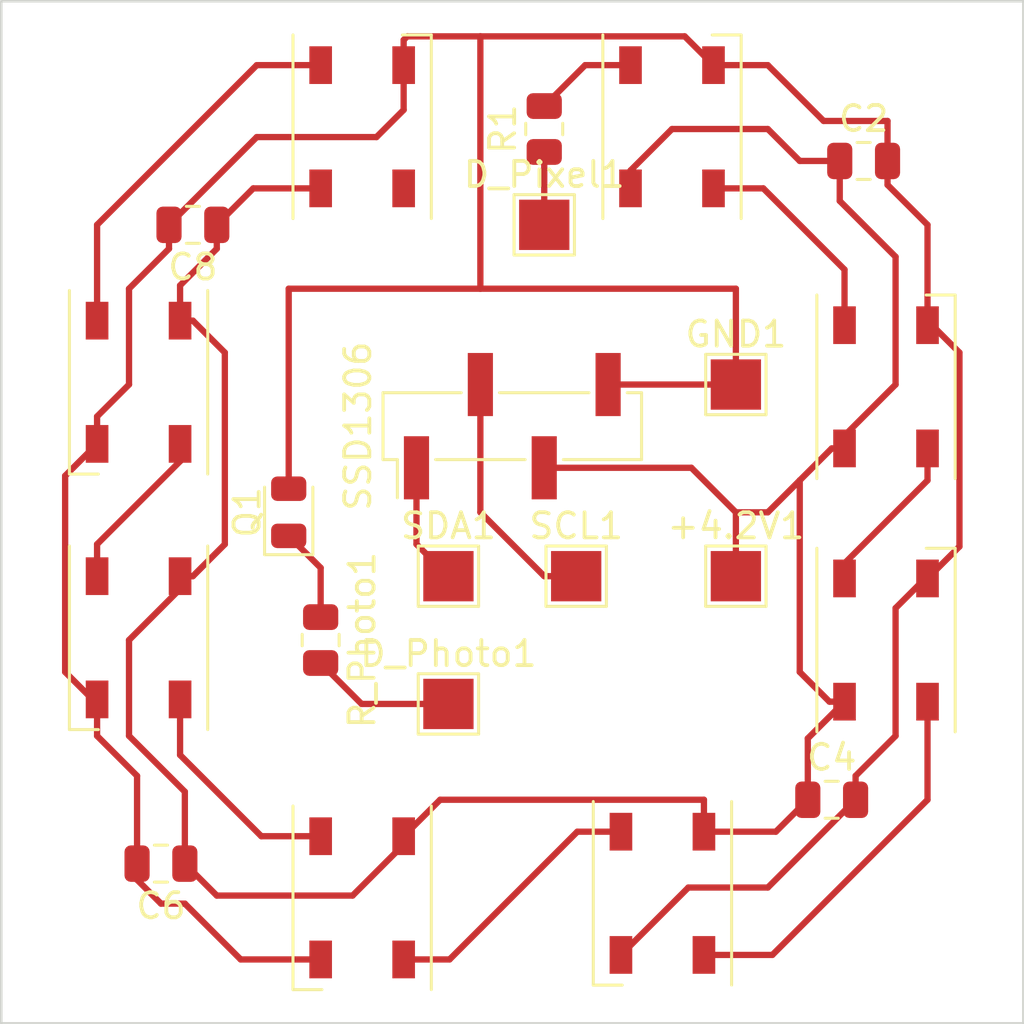
<source format=kicad_pcb>
(kicad_pcb (version 20221018) (generator pcbnew)
  (layers (0 "F.Cu" signal) (31 "B.Cu" signal) (34 "B.Paste" user) (35 "F.Paste" user) (36 "B.SilkS" user "B.Silkscreen") (37 "F.SilkS" user "F.Silkscreen") (38 "B.Mask" user) (39 "F.Mask" user) (44 "Edge.Cuts" user))
  (net 0 "")
  (net 1 "Net-(D1-VDD)")
  (net 2 "Net-(D1-VSS)")
  (net 3 "Net-(D1-DOUT)")
  (net 4 "Net-(D2-DOUT)")
  (net 5 "Net-(D3-DOUT)")
  (net 6 "Net-(D4-DOUT)")
  (net 7 "Net-(D5-DOUT)")
  (net 8 "Net-(D6-DOUT)")
  (net 9 "Net-(D7-DOUT)")
  (net 11 "Net-(D1-DIN)")
  (net 12 "Net-(D_Photo1-Pad1)")
  (net 13 "Net-(D_Pixel1-Pad1)")
  (net 14 "Net-(Q1-C)")
  (net 15 "Net-(SSD1306-Pin_2)")
  (net 16 "Net-(SSD1306-Pin_1)")
  (footprint "Capacitor_SMD:C_0805_2012Metric" (layer "F.Cu") (at 106.68 83.82 180)
    (fp_text reference "C6" (at 0 -1.68) (layer "F.SilkS"))
    (fp_text value "0.1µF")
    (fp_line (start -0.261252 -0.735) (end 0.261252 -0.735) (stroke (width 0.12)) (layer "F.SilkS"))
    (fp_line (start -0.261252 0.735) (end 0.261252 0.735) (stroke (width 0.12)) (layer "F.SilkS"))
    (pad "1" smd roundrect (at -0.95 0 180) (size 1 1.45) (layers "F.Cu" "F.Paste" "F.Mask") (net 1 "Net-(D1-VDD)"))
    (pad "2" smd roundrect (at 0.95 0 180) (size 1 1.45) (layers "F.Cu" "F.Paste" "F.Mask") (net 2 "Net-(D1-VSS)"))
  )
  (footprint "LED_SMD:LED_WS2812B_PLCC4_5.0x5.0mm_P3.2mm" (layer "F.Cu") (at 105.79 64.68 -90)
    (fp_text reference "D7" hide)
    (fp_text value "WS2812B")
    (fp_line (start -3.65 -2.75) (end 3.65 -2.75) (stroke (width 0.12)) (layer "F.SilkS"))
    (fp_line (start -3.65 2.75) (end 3.65 2.75) (stroke (width 0.12)) (layer "F.SilkS"))
    (fp_line (start 3.65 2.75) (end 3.65 1.6) (stroke (width 0.12)) (layer "F.SilkS"))
    (pad "1" smd rect (at -2.45 -1.65 270) (size 1.5 0.9) (layers "F.Cu" "F.Paste" "F.Mask") (net 1 "Net-(D1-VDD)"))
    (pad "2" smd rect (at -2.45 1.65 270) (size 1.5 0.9) (layers "F.Cu" "F.Paste" "F.Mask") (net 9 "Net-(D7-DOUT)"))
    (pad "3" smd rect (at 2.45 1.65 270) (size 1.5 0.9) (layers "F.Cu" "F.Paste" "F.Mask") (net 2 "Net-(D1-VSS)"))
    (pad "4" smd rect (at 2.45 -1.65 270) (size 1.5 0.9) (layers "F.Cu" "F.Paste" "F.Mask") (net 8 "Net-(D6-DOUT)"))
  )
  (footprint "LED_SMD:LED_WS2812B_PLCC4_5.0x5.0mm_P3.2mm" (layer "F.Cu") (at 114.68 85.18 -90)
    (fp_text reference "D5" hide)
    (fp_text value "WS2812B")
    (fp_line (start -3.65 -2.75) (end 3.65 -2.75) (stroke (width 0.12)) (layer "F.SilkS"))
    (fp_line (start -3.65 2.75) (end 3.65 2.75) (stroke (width 0.12)) (layer "F.SilkS"))
    (fp_line (start 3.65 2.75) (end 3.65 1.6) (stroke (width 0.12)) (layer "F.SilkS"))
    (pad "1" smd rect (at -2.45 -1.65 270) (size 1.5 0.9) (layers "F.Cu" "F.Paste" "F.Mask") (net 1 "Net-(D1-VDD)"))
    (pad "2" smd rect (at -2.45 1.65 270) (size 1.5 0.9) (layers "F.Cu" "F.Paste" "F.Mask") (net 7 "Net-(D5-DOUT)"))
    (pad "3" smd rect (at 2.45 1.65 270) (size 1.5 0.9) (layers "F.Cu" "F.Paste" "F.Mask") (net 2 "Net-(D1-VSS)"))
    (pad "4" smd rect (at 2.45 -1.65 270) (size 1.5 0.9) (layers "F.Cu" "F.Paste" "F.Mask") (net 6 "Net-(D4-DOUT)"))
  )
  (footprint "TestPoint:TestPoint_Pad_2.0x2.0mm" (layer "F.Cu") (at 129.54 64.77)
    (fp_text reference "GND1" (at 0 -1.998) (layer "F.SilkS"))
    (fp_text value "TestPoint")
    (fp_line (start -1.2 -1.2) (end 1.2 -1.2) (stroke (width 0.12)) (layer "F.SilkS"))
    (fp_line (start -1.2 1.2) (end -1.2 -1.2) (stroke (width 0.12)) (layer "F.SilkS"))
    (fp_line (start 1.2 -1.2) (end 1.2 1.2) (stroke (width 0.12)) (layer "F.SilkS"))
    (fp_line (start 1.2 1.2) (end -1.2 1.2) (stroke (width 0.12)) (layer "F.SilkS"))
    (pad "1" smd rect (at 0 0) (size 2 2) (layers "F.Cu" "F.Mask") (net 2 "Net-(D1-VSS)"))
  )
  (footprint "Resistor_SMD:R_0805_2012Metric" (layer "F.Cu") (at 113.03 74.93 -90)
    (fp_text reference "R_Photo1" (at 0 -1.65 90) (layer "F.SilkS"))
    (fp_text value "?")
    (fp_line (start -0.227064 -0.735) (end 0.227064 -0.735) (stroke (width 0.12)) (layer "F.SilkS"))
    (fp_line (start -0.227064 0.735) (end 0.227064 0.735) (stroke (width 0.12)) (layer "F.SilkS"))
    (pad "1" smd roundrect (at -0.9125 0 270) (size 1.025 1.4) (layers "F.Cu" "F.Paste" "F.Mask") (roundrect_rratio 0.243902) (net 14 "Net-(Q1-C)"))
    (pad "2" smd roundrect (at 0.9125 0 270) (size 1.025 1.4) (layers "F.Cu" "F.Paste" "F.Mask") (roundrect_rratio 0.243902) (net 12 "Net-(D_Photo1-Pad1)"))
  )
  (footprint "Capacitor_SMD:C_0805_2012Metric" (layer "F.Cu") (at 133.35 81.28)
    (fp_text reference "C4" (at 0 -1.68) (layer "F.SilkS"))
    (fp_text value "0.1µF")
    (fp_line (start -0.261252 -0.735) (end 0.261252 -0.735) (stroke (width 0.12)) (layer "F.SilkS"))
    (fp_line (start -0.261252 0.735) (end 0.261252 0.735) (stroke (width 0.12)) (layer "F.SilkS"))
    (pad "1" smd roundrect (at -0.95 0) (size 1 1.45) (layers "F.Cu" "F.Paste" "F.Mask") (net 1 "Net-(D1-VDD)"))
    (pad "2" smd roundrect (at 0.95 0) (size 1 1.45) (layers "F.Cu" "F.Paste" "F.Mask") (net 2 "Net-(D1-VSS)"))
  )
  (footprint "Resistor_SMD:R_0805_2012Metric" (layer "F.Cu") (at 121.92 54.61 90)
    (fp_text reference "R1" (at 0 -1.65 90) (layer "F.SilkS"))
    (fp_text value "330Ω")
    (fp_line (start -0.227064 -0.735) (end 0.227064 -0.735) (stroke (width 0.12)) (layer "F.SilkS"))
    (fp_line (start -0.227064 0.735) (end 0.227064 0.735) (stroke (width 0.12)) (layer "F.SilkS"))
    (pad "1" smd roundrect (at -0.9125 0 90) (size 1.025 1.4) (layers "F.Cu" "F.Paste" "F.Mask") (roundrect_rratio 0.243902) (net 13 "Net-(D_Pixel1-Pad1)"))
    (pad "2" smd roundrect (at 0.9125 0 90) (size 1.025 1.4) (layers "F.Cu" "F.Paste" "F.Mask") (roundrect_rratio 0.243902) (net 11 "Net-(D1-DIN)"))
  )
  (footprint "LED_SMD:LED_WS2812B_PLCC4_5.0x5.0mm_P3.2mm" (layer "F.Cu") (at 126.62 85 -90)
    (fp_text reference "D4" hide)
    (fp_text value "WS2812B")
    (fp_line (start -3.65 -2.75) (end 3.65 -2.75) (stroke (width 0.12)) (layer "F.SilkS"))
    (fp_line (start -3.65 2.75) (end 3.65 2.75) (stroke (width 0.12)) (layer "F.SilkS"))
    (fp_line (start 3.65 2.75) (end 3.65 1.6) (stroke (width 0.12)) (layer "F.SilkS"))
    (pad "1" smd rect (at -2.45 -1.65 270) (size 1.5 0.9) (layers "F.Cu" "F.Paste" "F.Mask") (net 1 "Net-(D1-VDD)"))
    (pad "2" smd rect (at -2.45 1.65 270) (size 1.5 0.9) (layers "F.Cu" "F.Paste" "F.Mask") (net 6 "Net-(D4-DOUT)"))
    (pad "3" smd rect (at 2.45 1.65 270) (size 1.5 0.9) (layers "F.Cu" "F.Paste" "F.Mask") (net 2 "Net-(D1-VSS)"))
    (pad "4" smd rect (at 2.45 -1.65 270) (size 1.5 0.9) (layers "F.Cu" "F.Paste" "F.Mask") (net 5 "Net-(D3-DOUT)"))
  )
  (footprint "Capacitor_SMD:C_0805_2012Metric" (layer "F.Cu") (at 134.62 55.88)
    (fp_text reference "C2" (at 0 -1.68) (layer "F.SilkS"))
    (fp_text value "0.1µF")
    (fp_line (start -0.261252 -0.735) (end 0.261252 -0.735) (stroke (width 0.12)) (layer "F.SilkS"))
    (fp_line (start -0.261252 0.735) (end 0.261252 0.735) (stroke (width 0.12)) (layer "F.SilkS"))
    (pad "1" smd roundrect (at -0.95 0) (size 1 1.45) (layers "F.Cu" "F.Paste" "F.Mask") (net 1 "Net-(D1-VDD)"))
    (pad "2" smd roundrect (at 0.95 0) (size 1 1.45) (layers "F.Cu" "F.Paste" "F.Mask") (net 2 "Net-(D1-VSS)"))
  )
  (footprint "TestPoint:TestPoint_Pad_2.0x2.0mm" (layer "F.Cu") (at 118.11 72.39)
    (fp_text reference "SDA1" (at 0 -1.998) (layer "F.SilkS"))
    (fp_text value "TestPoint")
    (fp_line (start -1.2 -1.2) (end 1.2 -1.2) (stroke (width 0.12)) (layer "F.SilkS"))
    (fp_line (start -1.2 1.2) (end -1.2 -1.2) (stroke (width 0.12)) (layer "F.SilkS"))
    (fp_line (start 1.2 -1.2) (end 1.2 1.2) (stroke (width 0.12)) (layer "F.SilkS"))
    (fp_line (start 1.2 1.2) (end -1.2 1.2) (stroke (width 0.12)) (layer "F.SilkS"))
    (pad "1" smd rect (at 0 0) (size 2 2) (layers "F.Cu" "F.Mask") (net 16 "Net-(SSD1306-Pin_1)"))
  )
  (footprint "LED_SMD:LED_WS2812B_PLCC4_5.0x5.0mm_P3.2mm" (layer "F.Cu") (at 105.79 74.84 -90)
    (fp_text reference "D6" hide)
    (fp_text value "WS2812B")
    (fp_line (start -3.65 -2.75) (end 3.65 -2.75) (stroke (width 0.12)) (layer "F.SilkS"))
    (fp_line (start -3.65 2.75) (end 3.65 2.75) (stroke (width 0.12)) (layer "F.SilkS"))
    (fp_line (start 3.65 2.75) (end 3.65 1.6) (stroke (width 0.12)) (layer "F.SilkS"))
    (pad "1" smd rect (at -2.45 -1.65 270) (size 1.5 0.9) (layers "F.Cu" "F.Paste" "F.Mask") (net 1 "Net-(D1-VDD)"))
    (pad "2" smd rect (at -2.45 1.65 270) (size 1.5 0.9) (layers "F.Cu" "F.Paste" "F.Mask") (net 8 "Net-(D6-DOUT)"))
    (pad "3" smd rect (at 2.45 1.65 270) (size 1.5 0.9) (layers "F.Cu" "F.Paste" "F.Mask") (net 2 "Net-(D1-VSS)"))
    (pad "4" smd rect (at 2.45 -1.65 270) (size 1.5 0.9) (layers "F.Cu" "F.Paste" "F.Mask") (net 7 "Net-(D5-DOUT)"))
  )
  (footprint "LED_SMD:LED_WS2812B_PLCC4_5.0x5.0mm_P3.2mm" (layer "F.Cu") (at 127 54.52 90)
    (fp_text reference "D1" hide)
    (fp_text value "WS2812B")
    (fp_line (start -3.65 -2.75) (end 3.65 -2.75) (stroke (width 0.12)) (layer "F.SilkS"))
    (fp_line (start -3.65 2.75) (end 3.65 2.75) (stroke (width 0.12)) (layer "F.SilkS"))
    (fp_line (start 3.65 2.75) (end 3.65 1.6) (stroke (width 0.12)) (layer "F.SilkS"))
    (pad "1" smd rect (at -2.45 -1.65 90) (size 1.5 0.9) (layers "F.Cu" "F.Paste" "F.Mask") (net 1 "Net-(D1-VDD)"))
    (pad "2" smd rect (at -2.45 1.65 90) (size 1.5 0.9) (layers "F.Cu" "F.Paste" "F.Mask") (net 3 "Net-(D1-DOUT)"))
    (pad "3" smd rect (at 2.45 1.65 90) (size 1.5 0.9) (layers "F.Cu" "F.Paste" "F.Mask") (net 2 "Net-(D1-VSS)"))
    (pad "4" smd rect (at 2.45 -1.65 90) (size 1.5 0.9) (layers "F.Cu" "F.Paste" "F.Mask") (net 11 "Net-(D1-DIN)"))
  )
  (footprint "Connector_PinHeader_2.54mm:PinHeader_1x04_P2.54mm_Vertical_SMD_Pin1Left" (layer "F.Cu") (at 120.65 66.425 90)
    (fp_text reference "SSD1306" (at 0 -6.14 90) (layer "F.SilkS"))
    (fp_text value "Conn_01x04_Pin")
    (fp_line (start -1.33 -5.14) (end -1.33 -4.57) (stroke (width 0.12)) (layer "F.SilkS"))
    (fp_line (start -1.33 -5.14) (end 1.33 -5.14) (stroke (width 0.12)) (layer "F.SilkS"))
    (fp_line (start -1.33 -4.57) (end -2.85 -4.57) (stroke (width 0.12)) (layer "F.SilkS"))
    (fp_line (start -1.33 -3.05) (end -1.33 0.51) (stroke (width 0.12)) (layer "F.SilkS"))
    (fp_line (start -1.33 2.03) (end -1.33 5.14) (stroke (width 0.12)) (layer "F.SilkS"))
    (fp_line (start -1.33 5.14) (end 1.33 5.14) (stroke (width 0.12)) (layer "F.SilkS"))
    (fp_line (start 1.33 -5.14) (end 1.33 -2.03) (stroke (width 0.12)) (layer "F.SilkS"))
    (fp_line (start 1.33 -0.51) (end 1.33 3.05) (stroke (width 0.12)) (layer "F.SilkS"))
    (fp_line (start 1.33 4.57) (end 1.33 5.14) (stroke (width 0.12)) (layer "F.SilkS"))
    (pad "1" smd rect (at -1.655 -3.81 90) (size 2.51 1) (layers "F.Cu" "F.Paste" "F.Mask") (net 16 "Net-(SSD1306-Pin_1)"))
    (pad "2" smd rect (at 1.655 -1.27 90) (size 2.51 1) (layers "F.Cu" "F.Paste" "F.Mask") (net 15 "Net-(SSD1306-Pin_2)"))
    (pad "3" smd rect (at -1.655 1.27 90) (size 2.51 1) (layers "F.Cu" "F.Paste" "F.Mask") (net 1 "Net-(D1-VDD)"))
    (pad "4" smd rect (at 1.655 3.81 90) (size 2.51 1) (layers "F.Cu" "F.Paste" "F.Mask") (net 2 "Net-(D1-VSS)"))
  )
  (footprint "TestPoint:TestPoint_Pad_2.0x2.0mm" (layer "F.Cu") (at 129.54 72.39)
    (fp_text reference "+4.2V1" (at 0 -1.998) (layer "F.SilkS"))
    (fp_text value "TestPoint")
    (fp_line (start -1.2 -1.2) (end 1.2 -1.2) (stroke (width 0.12)) (layer "F.SilkS"))
    (fp_line (start -1.2 1.2) (end -1.2 -1.2) (stroke (width 0.12)) (layer "F.SilkS"))
    (fp_line (start 1.2 -1.2) (end 1.2 1.2) (stroke (width 0.12)) (layer "F.SilkS"))
    (fp_line (start 1.2 1.2) (end -1.2 1.2) (stroke (width 0.12)) (layer "F.SilkS"))
    (pad "1" smd rect (at 0 0) (size 2 2) (layers "F.Cu" "F.Mask") (net 1 "Net-(D1-VDD)"))
  )
  (footprint "TestPoint:TestPoint_Pad_2.0x2.0mm" (layer "F.Cu") (at 123.19 72.39)
    (fp_text reference "SCL1" (at 0 -1.998) (layer "F.SilkS"))
    (fp_text value "TestPoint")
    (fp_line (start -1.2 -1.2) (end 1.2 -1.2) (stroke (width 0.12)) (layer "F.SilkS"))
    (fp_line (start -1.2 1.2) (end -1.2 -1.2) (stroke (width 0.12)) (layer "F.SilkS"))
    (fp_line (start 1.2 -1.2) (end 1.2 1.2) (stroke (width 0.12)) (layer "F.SilkS"))
    (fp_line (start 1.2 1.2) (end -1.2 1.2) (stroke (width 0.12)) (layer "F.SilkS"))
    (pad "1" smd rect (at 0 0) (size 2 2) (layers "F.Cu" "F.Mask") (net 15 "Net-(SSD1306-Pin_2)"))
  )
  (footprint "Capacitor_SMD:C_0805_2012Metric" (layer "F.Cu") (at 107.95 58.42 180)
    (fp_text reference "C8" (at 0 -1.68) (layer "F.SilkS"))
    (fp_text value "0.1µF")
    (fp_line (start -0.261252 -0.735) (end 0.261252 -0.735) (stroke (width 0.12)) (layer "F.SilkS"))
    (fp_line (start -0.261252 0.735) (end 0.261252 0.735) (stroke (width 0.12)) (layer "F.SilkS"))
    (pad "1" smd roundrect (at -0.95 0 180) (size 1 1.45) (layers "F.Cu" "F.Paste" "F.Mask") (net 1 "Net-(D1-VDD)"))
    (pad "2" smd roundrect (at 0.95 0 180) (size 1 1.45) (layers "F.Cu" "F.Paste" "F.Mask") (net 2 "Net-(D1-VSS)"))
  )
  (footprint "TestPoint:TestPoint_Pad_2.0x2.0mm" (layer "F.Cu") (at 121.92 58.42)
    (fp_text reference "D_Pixel1" (at 0 -1.998) (layer "F.SilkS"))
    (fp_text value "TestPoint")
    (fp_line (start -1.2 -1.2) (end 1.2 -1.2) (stroke (width 0.12)) (layer "F.SilkS"))
    (fp_line (start -1.2 1.2) (end -1.2 -1.2) (stroke (width 0.12)) (layer "F.SilkS"))
    (fp_line (start 1.2 -1.2) (end 1.2 1.2) (stroke (width 0.12)) (layer "F.SilkS"))
    (fp_line (start 1.2 1.2) (end -1.2 1.2) (stroke (width 0.12)) (layer "F.SilkS"))
    (pad "1" smd rect (at 0 0) (size 2 2) (layers "F.Cu" "F.Mask") (net 13 "Net-(D_Pixel1-Pad1)"))
  )
  (footprint "LED_SMD:LED_WS2812B_PLCC4_5.0x5.0mm_P3.2mm" (layer "F.Cu") (at 135.51 64.86 90)
    (fp_text reference "D2" hide)
    (fp_text value "WS2812B")
    (fp_line (start -3.65 -2.75) (end 3.65 -2.75) (stroke (width 0.12)) (layer "F.SilkS"))
    (fp_line (start -3.65 2.75) (end 3.65 2.75) (stroke (width 0.12)) (layer "F.SilkS"))
    (fp_line (start 3.65 2.75) (end 3.65 1.6) (stroke (width 0.12)) (layer "F.SilkS"))
    (pad "1" smd rect (at -2.45 -1.65 90) (size 1.5 0.9) (layers "F.Cu" "F.Paste" "F.Mask") (net 1 "Net-(D1-VDD)"))
    (pad "2" smd rect (at -2.45 1.65 90) (size 1.5 0.9) (layers "F.Cu" "F.Paste" "F.Mask") (net 4 "Net-(D2-DOUT)"))
    (pad "3" smd rect (at 2.45 1.65 90) (size 1.5 0.9) (layers "F.Cu" "F.Paste" "F.Mask") (net 2 "Net-(D1-VSS)"))
    (pad "4" smd rect (at 2.45 -1.65 90) (size 1.5 0.9) (layers "F.Cu" "F.Paste" "F.Mask") (net 3 "Net-(D1-DOUT)"))
  )
  (footprint "LED_SMD:LED_WS2812B_PLCC4_5.0x5.0mm_P3.2mm" (layer "F.Cu") (at 114.68 54.52 90)
    (fp_text reference "D8" hide)
    (fp_text value "WS2812B")
    (fp_line (start -3.65 -2.75) (end 3.65 -2.75) (stroke (width 0.12)) (layer "F.SilkS"))
    (fp_line (start -3.65 2.75) (end 3.65 2.75) (stroke (width 0.12)) (layer "F.SilkS"))
    (fp_line (start 3.65 2.75) (end 3.65 1.6) (stroke (width 0.12)) (layer "F.SilkS"))
    (pad "1" smd rect (at -2.45 -1.65 90) (size 1.5 0.9) (layers "F.Cu" "F.Paste" "F.Mask") (net 1 "Net-(D1-VDD)"))
    (pad "2" smd rect (at -2.45 1.65 90) (size 1.5 0.9) (layers "F.Cu" "F.Paste" "F.Mask"))
    (pad "3" smd rect (at 2.45 1.65 90) (size 1.5 0.9) (layers "F.Cu" "F.Paste" "F.Mask") (net 2 "Net-(D1-VSS)"))
    (pad "4" smd rect (at 2.45 -1.65 90) (size 1.5 0.9) (layers "F.Cu" "F.Paste" "F.Mask") (net 9 "Net-(D7-DOUT)"))
  )
  (footprint "LED_SMD:LED_WS2812B_PLCC4_5.0x5.0mm_P3.2mm" (layer "F.Cu") (at 135.51 74.93 90)
    (fp_text reference "D3" hide)
    (fp_text value "WS2812B")
    (fp_line (start -3.65 -2.75) (end 3.65 -2.75) (stroke (width 0.12)) (layer "F.SilkS"))
    (fp_line (start -3.65 2.75) (end 3.65 2.75) (stroke (width 0.12)) (layer "F.SilkS"))
    (fp_line (start 3.65 2.75) (end 3.65 1.6) (stroke (width 0.12)) (layer "F.SilkS"))
    (pad "1" smd rect (at -2.45 -1.65 90) (size 1.5 0.9) (layers "F.Cu" "F.Paste" "F.Mask") (net 1 "Net-(D1-VDD)"))
    (pad "2" smd rect (at -2.45 1.65 90) (size 1.5 0.9) (layers "F.Cu" "F.Paste" "F.Mask") (net 5 "Net-(D3-DOUT)"))
    (pad "3" smd rect (at 2.45 1.65 90) (size 1.5 0.9) (layers "F.Cu" "F.Paste" "F.Mask") (net 2 "Net-(D1-VSS)"))
    (pad "4" smd rect (at 2.45 -1.65 90) (size 1.5 0.9) (layers "F.Cu" "F.Paste" "F.Mask") (net 4 "Net-(D2-DOUT)"))
  )
  (footprint "LED_SMD:LED_0805_2012Metric" (layer "F.Cu") (at 111.76 69.85 90)
    (fp_text reference "Q1" (at 0 -1.65 90) (layer "F.SilkS"))
    (fp_text value "Q_Photo_NPN")
    (fp_line (start -1.685 -0.96) (end -1.685 0.96) (stroke (width 0.12)) (layer "F.SilkS"))
    (fp_line (start -1.685 0.96) (end 1 0.96) (stroke (width 0.12)) (layer "F.SilkS"))
    (fp_line (start 1 -0.96) (end -1.685 -0.96) (stroke (width 0.12)) (layer "F.SilkS"))
    (pad "1" smd roundrect (at -0.9375 0 90) (size 0.975 1.4) (layers "F.Cu" "F.Paste" "F.Mask") (net 14 "Net-(Q1-C)"))
    (pad "2" smd roundrect (at 0.9375 0 90) (size 0.975 1.4) (layers "F.Cu" "F.Paste" "F.Mask") (net 2 "Net-(D1-VSS)"))
  )
  (footprint "TestPoint:TestPoint_Pad_2.0x2.0mm" (layer "F.Cu") (at 118.11 77.47)
    (fp_text reference "D_Photo1" (at 0 -1.998) (layer "F.SilkS"))
    (fp_text value "TestPoint")
    (fp_line (start -1.2 -1.2) (end 1.2 -1.2) (stroke (width 0.12)) (layer "F.SilkS"))
    (fp_line (start -1.2 1.2) (end -1.2 -1.2) (stroke (width 0.12)) (layer "F.SilkS"))
    (fp_line (start 1.2 -1.2) (end 1.2 1.2) (stroke (width 0.12)) (layer "F.SilkS"))
    (fp_line (start 1.2 1.2) (end -1.2 1.2) (stroke (width 0.12)) (layer "F.SilkS"))
    (pad "1" smd rect (at 0 0) (size 2 2) (layers "F.Cu" "F.Mask") (net 12 "Net-(D_Photo1-Pad1)"))
  )
  (gr_rect (start 100.33 49.53) (end 140.97 90.17) (stroke (width 0.1)) (fill none) (layer "Edge.Cuts"))
  (segment (start 116.33 83.06) (end 114.3 85.09) (width 0.25) (layer "F.Cu") (net 1))
  (segment (start 132.08 55.88) (end 130.81 54.61) (width 0.25) (layer "F.Cu") (net 1))
  (segment (start 116.33 82.73) (end 116.33 83.06) (width 0.25) (layer "F.Cu") (net 1))
  (segment (start 132.4 81.28) (end 132.4 78.84) (width 0.25) (layer "F.Cu") (net 1))
  (segment (start 130.81 54.61) (end 127 54.61) (width 0.25) (layer "F.Cu") (net 1))
  (segment (start 125.35 56.97) (end 125.35 56.26) (width 0.25) (layer "F.Cu") (net 1))
  (segment (start 105.41 74.93) (end 105.41 78.74) (width 0.25) (layer "F.Cu") (net 1))
  (segment (start 107.58 62.37) (end 107.44 62.23) (width 0.25) (layer "F.Cu") (net 1))
  (segment (start 135.89 59.69) (end 135.89 64.77) (width 0.25) (layer "F.Cu") (net 1))
  (segment (start 110.35 56.97) (end 113.03 56.97) (width 0.25) (layer "F.Cu") (net 1))
  (segment (start 125.35 56.26) (end 127 54.61) (width 0.25) (layer "F.Cu") (net 1))
  (segment (start 109.22 63.5) (end 109.22 71.12) (width 0.25) (layer "F.Cu") (net 1))
  (segment (start 132.4 78.84) (end 133.86 77.38) (width 0.25) (layer "F.Cu") (net 1))
  (segment (start 133.35 67.31) (end 132.08 68.58) (width 0.25) (layer "F.Cu") (net 1))
  (segment (start 133.67 57.47) (end 135.89 59.69) (width 0.25) (layer "F.Cu") (net 1))
  (segment (start 107.95 62.23) (end 109.22 63.5) (width 0.25) (layer "F.Cu") (net 1))
  (segment (start 133.86 66.8) (end 133.86 67.31) (width 0.25) (layer "F.Cu") (net 1))
  (segment (start 125.21 56.83) (end 125.35 56.97) (width 0.25) (layer "F.Cu") (net 1))
  (segment (start 133.67 55.88) (end 133.67 57.47) (width 0.25) (layer "F.Cu") (net 1))
  (segment (start 109.22 71.12) (end 107.95 72.39) (width 0.25) (layer "F.Cu") (net 1))
  (segment (start 116.47 82.87) (end 116.33 82.73) (width 0.25) (layer "F.Cu") (net 1))
  (segment (start 107.44 72.9) (end 105.41 74.93) (width 0.25) (layer "F.Cu") (net 1))
  (segment (start 133.26 77.38) (end 133.86 77.38) (width 0.25) (layer "F.Cu") (net 1))
  (segment (start 107.63 80.96) (end 107.63 83.82) (width 0.25) (layer "F.Cu") (net 1))
  (segment (start 129.54 69.85) (end 130.81 69.85) (width 0.25) (layer "F.Cu") (net 1))
  (segment (start 133.86 67.31) (end 133.35 67.31) (width 0.25) (layer "F.Cu") (net 1))
  (segment (start 129.54 72.39) (end 129.54 69.85) (width 0.25) (layer "F.Cu") (net 1))
  (segment (start 108.9 58.42) (end 110.35 56.97) (width 0.25) (layer "F.Cu") (net 1))
  (segment (start 114.3 85.09) (end 108.9 85.09) (width 0.25) (layer "F.Cu") (net 1))
  (segment (start 127.77 68.08) (end 129.54 69.85) (width 0.25) (layer "F.Cu") (net 1))
  (segment (start 116.33 82.73) (end 117.78 81.28) (width 0.25) (layer "F.Cu") (net 1))
  (segment (start 107.44 62.23) (end 107.95 62.23) (width 0.25) (layer "F.Cu") (net 1))
  (segment (start 131.13 82.55) (end 128.27 82.55) (width 0.25) (layer "F.Cu") (net 1))
  (segment (start 133.72 67.17) (end 133.86 67.31) (width 0.25) (layer "F.Cu") (net 1))
  (segment (start 107.44 72.39) (end 107.44 72.9) (width 0.25) (layer "F.Cu") (net 1))
  (segment (start 132.08 68.58) (end 132.08 76.2) (width 0.25) (layer "F.Cu") (net 1))
  (segment (start 121.92 68.08) (end 127.77 68.08) (width 0.25) (layer "F.Cu") (net 1))
  (segment (start 105.41 78.74) (end 107.63 80.96) (width 0.25) (layer "F.Cu") (net 1))
  (segment (start 130.81 69.85) (end 132.08 68.58) (width 0.25) (layer "F.Cu") (net 1))
  (segment (start 135.89 64.77) (end 133.86 66.8) (width 0.25) (layer "F.Cu") (net 1))
  (segment (start 107.58 72.53) (end 107.44 72.39) (width 0.25) (layer "F.Cu") (net 1))
  (segment (start 132.4 81.28) (end 131.13 82.55) (width 0.25) (layer "F.Cu") (net 1))
  (segment (start 128.27 81.28) (end 128.27 82.55) (width 0.25) (layer "F.Cu") (net 1))
  (segment (start 107.44 60.83) (end 108.9 59.37) (width 0.25) (layer "F.Cu") (net 1))
  (segment (start 133.63 77.15) (end 133.86 77.38) (width 0.25) (layer "F.Cu") (net 1))
  (segment (start 117.78 81.28) (end 128.27 81.28) (width 0.25) (layer "F.Cu") (net 1))
  (segment (start 108.9 85.09) (end 107.63 83.82) (width 0.25) (layer "F.Cu") (net 1))
  (segment (start 132.08 76.2) (end 133.26 77.38) (width 0.25) (layer "F.Cu") (net 1))
  (segment (start 108.9 58.42) (end 108.9 59.37) (width 0.25) (layer "F.Cu") (net 1))
  (segment (start 133.67 55.88) (end 132.08 55.88) (width 0.25) (layer "F.Cu") (net 1))
  (segment (start 107.95 72.39) (end 107.44 72.39) (width 0.25) (layer "F.Cu") (net 1))
  (segment (start 107.44 62.23) (end 107.44 60.83) (width 0.25) (layer "F.Cu") (net 1))
  (segment (start 111.76 60.96) (end 111.76 68.9125) (width 0.25) (layer "F.Cu") (net 2))
  (segment (start 135.57 56.83) (end 137.16 58.42) (width 0.25) (layer "F.Cu") (net 2))
  (segment (start 137.34 62.41) (end 138.43 63.5) (width 0.25) (layer "F.Cu") (net 2))
  (segment (start 133.03 54.29) (end 130.81 52.07) (width 0.25) (layer "F.Cu") (net 2))
  (segment (start 127.505 50.925) (end 128.65 52.07) (width 0.25) (layer "F.Cu") (net 2))
  (segment (start 104.14 66.04) (end 104.14 67.13) (width 0.25) (layer "F.Cu") (net 2))
  (segment (start 116.33 52.07) (end 116.33 51.07) (width 0.25) (layer "F.Cu") (net 2))
  (segment (start 105.73 84.46) (end 106.68 85.41) (width 0.25) (layer "F.Cu") (net 2))
  (segment (start 127.65 84.77) (end 130.81 84.77) (width 0.25) (layer "F.Cu") (net 2))
  (segment (start 129.54 64.77) (end 129.54 60.96) (width 0.25) (layer "F.Cu") (net 2))
  (segment (start 135.57 54.29) (end 133.03 54.29) (width 0.25) (layer "F.Cu") (net 2))
  (segment (start 124.97 87.45) (end 127.65 84.77) (width 0.25) (layer "F.Cu") (net 2))
  (segment (start 105.73 83.82) (end 105.73 84.46) (width 0.25) (layer "F.Cu") (net 2))
  (segment (start 129.54 60.96) (end 119.38 60.96) (width 0.25) (layer "F.Cu") (net 2))
  (segment (start 135.57 55.88) (end 135.57 54.29) (width 0.25) (layer "F.Cu") (net 2))
  (segment (start 135.57 55.88) (end 135.57 56.83) (width 0.25) (layer "F.Cu") (net 2))
  (segment (start 103.96 77.29) (end 102.87 76.2) (width 0.25) (layer "F.Cu") (net 2))
  (segment (start 134.3 81.28) (end 134.3 80.33) (width 0.25) (layer "F.Cu") (net 2))
  (segment (start 116.47 52.21) (end 116.33 52.07) (width 0.25) (layer "F.Cu") (net 2))
  (segment (start 104.14 77.29) (end 104.14 78.74) (width 0.25) (layer "F.Cu") (net 2))
  (segment (start 107 59.37) (end 105.41 60.96) (width 0.25) (layer "F.Cu") (net 2))
  (segment (start 137.16 62.41) (end 137.16 58.42) (width 0.25) (layer "F.Cu") (net 2))
  (segment (start 138.43 71.21) (end 137.16 72.48) (width 0.25) (layer "F.Cu") (net 2))
  (segment (start 137.16 72.48) (end 137.07 72.48) (width 0.25) (layer "F.Cu") (net 2))
  (segment (start 102.87 68.4) (end 104.14 67.13) (width 0.25) (layer "F.Cu") (net 2))
  (segment (start 138.43 63.5) (end 138.43 71.21) (width 0.25) (layer "F.Cu") (net 2))
  (segment (start 124.83 87.31) (end 124.97 87.45) (width 0.25) (layer "F.Cu") (net 2))
  (segment (start 102.87 76.2) (end 102.87 68.4) (width 0.25) (layer "F.Cu") (net 2))
  (segment (start 104.14 77.29) (end 103.96 77.29) (width 0.25) (layer "F.Cu") (net 2))
  (segment (start 115.25 54.93) (end 116.33 53.85) (width 0.25) (layer "F.Cu") (net 2))
  (segment (start 134.3 81.28) (end 130.81 84.77) (width 0.25) (layer "F.Cu") (net 2))
  (segment (start 107 58.42) (end 110.49 54.93) (width 0.25) (layer "F.Cu") (net 2))
  (segment (start 110.49 54.93) (end 115.25 54.93) (width 0.25) (layer "F.Cu") (net 2))
  (segment (start 105.73 83.82) (end 105.73 80.33) (width 0.25) (layer "F.Cu") (net 2))
  (segment (start 119.38 60.96) (end 111.76 60.96) (width 0.25) (layer "F.Cu") (net 2))
  (segment (start 134.3 80.33) (end 135.89 78.74) (width 0.25) (layer "F.Cu") (net 2))
  (segment (start 106.68 85.41) (end 107.63 85.41) (width 0.25) (layer "F.Cu") (net 2))
  (segment (start 116.33 53.85) (end 116.33 52.07) (width 0.25) (layer "F.Cu") (net 2))
  (segment (start 116.33 51.07) (end 116.475 50.925) (width 0.25) (layer "F.Cu") (net 2))
  (segment (start 119.38 60.96) (end 119.38 50.925) (width 0.25) (layer "F.Cu") (net 2))
  (segment (start 105.41 60.96) (end 105.41 64.77) (width 0.25) (layer "F.Cu") (net 2))
  (segment (start 116.475 50.925) (end 119.38 50.925) (width 0.25) (layer "F.Cu") (net 2))
  (segment (start 105.41 64.77) (end 104.14 66.04) (width 0.25) (layer "F.Cu") (net 2))
  (segment (start 107.63 85.41) (end 109.85 87.63) (width 0.25) (layer "F.Cu") (net 2))
  (segment (start 105.73 80.33) (end 104.14 78.74) (width 0.25) (layer "F.Cu") (net 2))
  (segment (start 135.89 73.66) (end 135.89 78.74) (width 0.25) (layer "F.Cu") (net 2))
  (segment (start 137.16 62.41) (end 137.34 62.41) (width 0.25) (layer "F.Cu") (net 2))
  (segment (start 119.38 50.925) (end 127.505 50.925) (width 0.25) (layer "F.Cu") (net 2))
  (segment (start 107 58.42) (end 107 59.37) (width 0.25) (layer "F.Cu") (net 2))
  (segment (start 124.46 64.77) (end 129.54 64.77) (width 0.25) (layer "F.Cu") (net 2))
  (segment (start 128.65 52.07) (end 130.81 52.07) (width 0.25) (layer "F.Cu") (net 2))
  (segment (start 109.85 87.63) (end 113.03 87.63) (width 0.25) (layer "F.Cu") (net 2))
  (segment (start 137.07 72.48) (end 135.89 73.66) (width 0.25) (layer "F.Cu") (net 2))
  (segment (start 130.63 56.97) (end 133.86 60.2) (width 0.25) (layer "F.Cu") (net 3))
  (segment (start 133.86 60.2) (end 133.86 62.41) (width 0.25) (layer "F.Cu") (net 3))
  (segment (start 128.65 56.97) (end 130.63 56.97) (width 0.25) (layer "F.Cu") (net 3))
  (segment (start 137.16 67.31) (end 137.16 68.58) (width 0.25) (layer "F.Cu") (net 4))
  (segment (start 137.16 68.58) (end 133.86 71.88) (width 0.25) (layer "F.Cu") (net 4))
  (segment (start 133.86 71.88) (end 133.86 72.48) (width 0.25) (layer "F.Cu") (net 4))
  (segment (start 137.16 81.28) (end 130.99 87.45) (width 0.25) (layer "F.Cu") (net 5))
  (segment (start 137.16 77.38) (end 137.16 81.28) (width 0.25) (layer "F.Cu") (net 5))
  (segment (start 130.99 87.45) (end 128.27 87.45) (width 0.25) (layer "F.Cu") (net 5))
  (segment (start 123.2349 82.55) (end 124.97 82.55) (width 0.25) (layer "F.Cu") (net 6))
  (segment (start 116.33 87.63) (end 118.1549 87.63) (width 0.25) (layer "F.Cu") (net 6))
  (segment (start 118.1549 87.63) (end 123.2349 82.55) (width 0.25) (layer "F.Cu") (net 6))
  (segment (start 110.67 82.73) (end 113.03 82.73) (width 0.25) (layer "F.Cu") (net 7))
  (segment (start 107.44 77.29) (end 107.44 79.5) (width 0.25) (layer "F.Cu") (net 7))
  (segment (start 107.44 79.5) (end 110.67 82.73) (width 0.25) (layer "F.Cu") (net 7))
  (segment (start 107.44 67.82) (end 107.44 67.13) (width 0.25) (layer "F.Cu") (net 8))
  (segment (start 104.14 71.12) (end 107.44 67.82) (width 0.25) (layer "F.Cu") (net 8))
  (segment (start 104.14 72.39) (end 104.14 71.12) (width 0.25) (layer "F.Cu") (net 8))
  (segment (start 104.14 62.23) (end 104.14 58.42) (width 0.25) (layer "F.Cu") (net 9))
  (segment (start 113.03 52.07) (end 110.49 52.07) (width 0.25) (layer "F.Cu") (net 9))
  (segment (start 110.49 52.07) (end 104.14 58.42) (width 0.25) (layer "F.Cu") (net 9))
  (segment (start 125.35 52.07) (end 123.5475 52.07) (width 0.25) (layer "F.Cu") (net 11))
  (segment (start 123.5475 52.07) (end 121.92 53.6975) (width 0.25) (layer "F.Cu") (net 11))
  (segment (start 118.11 77.47) (end 114.6575 77.47) (width 0.25) (layer "F.Cu") (net 12))
  (segment (start 114.6575 77.47) (end 113.03 75.8425) (width 0.25) (layer "F.Cu") (net 12))
  (segment (start 121.92 55.5225) (end 121.92 58.42) (width 0.25) (layer "F.Cu") (net 13))
  (segment (start 113.03 74.0175) (end 113.03 72.0575) (width 0.25) (layer "F.Cu") (net 14))
  (segment (start 113.03 72.0575) (end 111.76 70.7875) (width 0.25) (layer "F.Cu") (net 14))
  (segment (start 119.38 69.85) (end 121.92 72.39) (width 0.25) (layer "F.Cu") (net 15))
  (segment (start 119.38 64.77) (end 119.38 69.85) (width 0.25) (layer "F.Cu") (net 15))
  (segment (start 121.92 72.39) (end 123.19 72.39) (width 0.25) (layer "F.Cu") (net 15))
  (segment (start 116.84 71.12) (end 118.11 72.39) (width 0.25) (layer "F.Cu") (net 16))
  (segment (start 116.84 68.08) (end 116.84 71.12) (width 0.25) (layer "F.Cu") (net 16))
)
</source>
